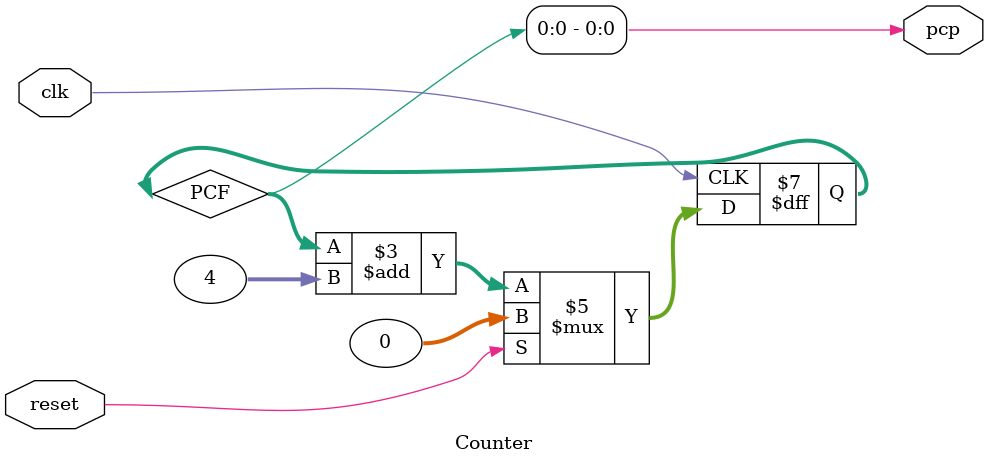
<source format=v>
`timescale 1ns / 1ps


module Counter( clk,reset,pcp );

input clk ;
input reset;
output wire   pcp;

reg [31:0]PCF ;

always@(posedge clk) begin
if (reset==1)
    PCF <= 0;
 else begin
 PCF<= PCF +4;
 end 
 end
 assign pcp = PCF ; 


endmodule

</source>
